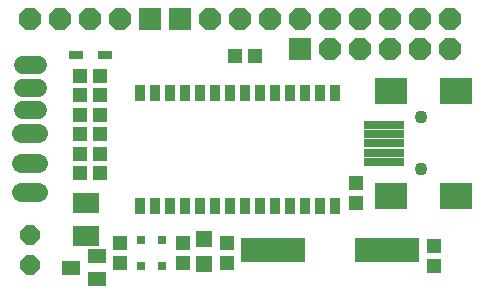
<source format=gts>
G75*
G70*
%OFA0B0*%
%FSLAX24Y24*%
%IPPOS*%
%LPD*%
%AMOC8*
5,1,8,0,0,1.08239X$1,22.5*
%
%ADD10R,0.0380X0.0580*%
%ADD11R,0.2180X0.0840*%
%ADD12R,0.0474X0.0513*%
%ADD13R,0.0513X0.0474*%
%ADD14R,0.0552X0.0552*%
%ADD15C,0.0640*%
%ADD16R,0.0493X0.0277*%
%ADD17OC8,0.0640*%
%ADD18C,0.0596*%
%ADD19R,0.0720X0.0720*%
%ADD20OC8,0.0720*%
%ADD21R,0.0631X0.0474*%
%ADD22R,0.0867X0.0710*%
%ADD23R,0.0316X0.0316*%
%ADD24R,0.1064X0.0867*%
%ADD25R,0.1379X0.0277*%
%ADD26C,0.0434*%
D10*
X006193Y008380D03*
X006693Y008380D03*
X007193Y008380D03*
X007693Y008380D03*
X008193Y008380D03*
X008693Y008380D03*
X009193Y008380D03*
X009693Y008380D03*
X010193Y008380D03*
X010693Y008380D03*
X011193Y008380D03*
X011693Y008380D03*
X012193Y008380D03*
X012693Y008380D03*
X012693Y012143D03*
X012193Y012143D03*
X011693Y012143D03*
X011193Y012143D03*
X010693Y012143D03*
X010193Y012143D03*
X009693Y012143D03*
X009193Y012143D03*
X008693Y012143D03*
X008193Y012143D03*
X007693Y012143D03*
X007193Y012143D03*
X006693Y012143D03*
X006193Y012143D03*
D11*
X010643Y006911D03*
X014443Y006911D03*
D12*
X015993Y007046D03*
X015993Y006377D03*
X013393Y008477D03*
X013393Y009146D03*
X009093Y007146D03*
X009093Y006477D03*
X004877Y010111D03*
X004208Y010111D03*
X004208Y012061D03*
X004877Y012061D03*
X004877Y012711D03*
X004208Y012711D03*
D13*
X004208Y011411D03*
X004877Y011411D03*
X004877Y010761D03*
X004208Y010761D03*
X004208Y009461D03*
X004877Y009461D03*
X005543Y007146D03*
X005543Y006477D03*
X007643Y006477D03*
X007643Y007146D03*
X009358Y013361D03*
X010027Y013361D03*
D14*
X008343Y007275D03*
X008343Y006448D03*
D15*
X002792Y008828D02*
X002232Y008828D01*
X002232Y009812D02*
X002792Y009812D01*
X002792Y010796D02*
X002232Y010796D01*
D16*
X004070Y013411D03*
X005015Y013411D03*
D17*
X002523Y007411D03*
X002523Y006411D03*
D18*
X002286Y011563D02*
X002801Y011563D01*
X002801Y012311D02*
X002286Y012311D01*
X002286Y013063D02*
X002801Y013063D01*
D19*
X006543Y014611D03*
X007543Y014611D03*
X011543Y013611D03*
D20*
X012543Y013611D03*
X013543Y013611D03*
X014543Y013611D03*
X015543Y013611D03*
X016543Y013611D03*
X016543Y014611D03*
X015543Y014611D03*
X014543Y014611D03*
X013543Y014611D03*
X012543Y014611D03*
X011543Y014611D03*
X010543Y014611D03*
X009543Y014611D03*
X008543Y014611D03*
X005543Y014611D03*
X004543Y014611D03*
X003543Y014611D03*
X002543Y014611D03*
D21*
X004776Y005937D03*
X003910Y006311D03*
X004776Y006686D03*
D22*
X004393Y007360D03*
X004393Y008463D03*
D23*
X006243Y007245D03*
X006943Y007245D03*
X006943Y006378D03*
X006243Y006378D03*
D24*
X014569Y008700D03*
X016734Y008700D03*
X016734Y012203D03*
X014569Y012203D03*
D25*
X014332Y011081D03*
X014332Y010766D03*
X014332Y010451D03*
X014332Y010137D03*
X014332Y009822D03*
D26*
X015553Y009585D03*
X015553Y011318D03*
M02*

</source>
